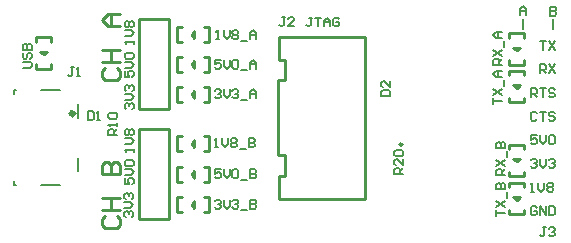
<source format=gto>
%FSLAX44Y44*%
%MOMM*%
G71*
G01*
G75*
%ADD10R,0.7620X0.7620*%
%ADD11R,0.5000X0.2000*%
%ADD12R,0.7620X0.7620*%
%ADD13R,0.3000X0.3000*%
%ADD14R,1.3000X0.4500*%
%ADD15R,2.7940X0.7366*%
%ADD16R,0.6200X0.5700*%
%ADD17C,0.1500*%
%ADD18C,0.2540*%
%ADD19C,0.1524*%
%ADD20O,2.0000X1.4500*%
%ADD21O,1.8000X1.1500*%
%ADD22C,0.8000*%
%ADD23C,1.8000*%
%ADD24R,1.8000X1.8000*%
%ADD25C,1.8000*%
%ADD26R,1.8000X1.8000*%
%ADD27C,0.6100*%
%ADD28C,0.6000*%
%ADD29C,3.3000*%
%ADD30R,0.6000X0.5500*%
%ADD31R,0.9500X0.9500*%
%ADD32R,0.5500X0.6000*%
%ADD33R,0.9500X0.9500*%
%ADD34R,0.8500X0.3500*%
%ADD35R,1.5000X1.0000*%
%ADD36O,0.8000X0.3000*%
%ADD37O,0.3000X0.8000*%
%ADD38R,1.2500X0.3000*%
%ADD39O,0.3500X1.7500*%
%ADD40O,1.7500X0.3500*%
%ADD41R,0.9700X0.9600*%
%ADD42R,0.5700X0.6200*%
%ADD43R,1.4000X2.2000*%
%ADD44C,0.4000*%
%ADD45C,0.2286*%
%ADD46C,0.1778*%
D17*
X1292900Y1130640D02*
Y1133640D01*
Y1207640D02*
Y1210640D01*
X1346900Y1142340D02*
Y1153640D01*
Y1187640D02*
Y1198940D01*
X1292900Y1210640D02*
X1294300D01*
X1315600D02*
X1331600D01*
X1315600Y1130640D02*
X1331600D01*
X1292900D02*
X1294300D01*
X1723750Y1263000D02*
Y1271500D01*
X1749150Y1262750D02*
Y1271250D01*
D18*
X1621120Y1164680D02*
G03*
X1621120Y1164680I-1000J0D01*
G01*
X1718250Y1244735D02*
X1721250Y1246735D01*
X1715250D02*
X1718250Y1244735D01*
X1715250Y1246735D02*
X1721250D01*
X1442985Y1257750D02*
X1444985Y1254750D01*
X1442985Y1257750D02*
X1444985Y1260750D01*
Y1254750D02*
Y1260750D01*
X1442985Y1165500D02*
X1444985Y1162500D01*
X1442985Y1165500D02*
X1444985Y1168500D01*
Y1162500D02*
Y1168500D01*
X1442985Y1207500D02*
X1444985Y1204500D01*
X1442985Y1207500D02*
X1444985Y1210500D01*
Y1204500D02*
Y1210500D01*
X1442985Y1113750D02*
X1444985Y1110750D01*
X1442985Y1113750D02*
X1444985Y1116750D01*
Y1110750D02*
Y1116750D01*
X1442985Y1232625D02*
X1444985Y1229625D01*
X1442985Y1232625D02*
X1444985Y1235625D01*
Y1229625D02*
Y1235625D01*
X1442985Y1139625D02*
X1444985Y1136625D01*
X1442985Y1139625D02*
X1444985Y1142625D01*
Y1136625D02*
Y1142625D01*
X1516940Y1118920D02*
X1589330D01*
Y1256080D01*
X1516940D02*
X1589330D01*
X1516940Y1236522D02*
Y1256080D01*
Y1236522D02*
X1522020D01*
Y1219250D02*
Y1236522D01*
X1515670Y1219250D02*
X1522020D01*
X1515670Y1155750D02*
Y1219250D01*
Y1155750D02*
X1522020D01*
Y1138478D02*
Y1155750D01*
X1516940Y1138478D02*
X1522020D01*
X1516940Y1118920D02*
Y1138478D01*
X1715250Y1152485D02*
X1721250D01*
X1715250D02*
X1718250Y1150485D01*
X1721250Y1152485D01*
X1423754Y1194502D02*
Y1270702D01*
X1398354Y1194502D02*
X1423754D01*
X1398354D02*
Y1270702D01*
X1423754D01*
Y1101500D02*
Y1177700D01*
X1398354Y1101500D02*
X1423754D01*
X1398354D02*
Y1177700D01*
X1423754D01*
X1715250Y1214985D02*
X1721250D01*
X1715250D02*
X1718250Y1212985D01*
X1721250Y1214985D01*
X1715250Y1119985D02*
X1721250D01*
X1715250D02*
X1718250Y1117985D01*
X1721250Y1119985D01*
X1314500Y1243485D02*
X1320500D01*
X1314500D02*
X1317500Y1241485D01*
X1320500Y1243485D01*
X1369804Y1104157D02*
X1367265Y1101618D01*
Y1096539D01*
X1369804Y1094000D01*
X1379961D01*
X1382500Y1096539D01*
Y1101618D01*
X1379961Y1104157D01*
X1367265Y1109235D02*
X1382500D01*
X1374883D01*
Y1119392D01*
X1367265D01*
X1382500D01*
X1367265Y1139705D02*
X1382500D01*
Y1147323D01*
X1379961Y1149862D01*
X1377422D01*
X1374883Y1147323D01*
Y1139705D01*
Y1147323D01*
X1372343Y1149862D01*
X1369804D01*
X1367265Y1147323D01*
Y1139705D01*
X1369804Y1229407D02*
X1367265Y1226868D01*
Y1221789D01*
X1369804Y1219250D01*
X1379961D01*
X1382500Y1221789D01*
Y1226868D01*
X1379961Y1229407D01*
X1367265Y1234485D02*
X1382500D01*
X1374882D01*
Y1244642D01*
X1367265D01*
X1382500D01*
Y1264955D02*
X1372343D01*
X1367265Y1270034D01*
X1372343Y1275112D01*
X1382500D01*
X1374882D01*
Y1264955D01*
D44*
X1343314Y1191054D02*
G03*
X1343314Y1191054I-1414J0D01*
G01*
D45*
X1711900Y1255275D02*
Y1259085D01*
X1724600D01*
Y1255275D02*
Y1259085D01*
X1711900Y1232415D02*
Y1236225D01*
Y1232415D02*
X1724600D01*
Y1236225D01*
X1453525Y1264100D02*
X1457335D01*
Y1251400D02*
Y1264100D01*
X1453525Y1251400D02*
X1457335D01*
X1430665Y1264100D02*
X1434475D01*
X1430665Y1251400D02*
Y1264100D01*
Y1251400D02*
X1434475D01*
X1453525Y1171850D02*
X1457335D01*
Y1159150D02*
Y1171850D01*
X1453525Y1159150D02*
X1457335D01*
X1430665Y1171850D02*
X1434475D01*
X1430665Y1159150D02*
Y1171850D01*
Y1159150D02*
X1434475D01*
X1453525Y1213850D02*
X1457335D01*
Y1201150D02*
Y1213850D01*
X1453525Y1201150D02*
X1457335D01*
X1430665Y1213850D02*
X1434475D01*
X1430665Y1201150D02*
Y1213850D01*
Y1201150D02*
X1434475D01*
X1453525Y1120100D02*
X1457335D01*
Y1107400D02*
Y1120100D01*
X1453525Y1107400D02*
X1457335D01*
X1430665Y1120100D02*
X1434475D01*
X1430665Y1107400D02*
Y1120100D01*
Y1107400D02*
X1434475D01*
X1453525Y1238975D02*
X1457335D01*
Y1226275D02*
Y1238975D01*
X1453525Y1226275D02*
X1457335D01*
X1430665Y1238975D02*
X1434475D01*
X1430665Y1226275D02*
Y1238975D01*
Y1226275D02*
X1434475D01*
X1453525Y1145975D02*
X1457335D01*
Y1133275D02*
Y1145975D01*
X1453525Y1133275D02*
X1457335D01*
X1430665Y1145975D02*
X1434475D01*
X1430665Y1133275D02*
Y1145975D01*
Y1133275D02*
X1434475D01*
X1724600Y1138165D02*
Y1141975D01*
X1711900Y1138165D02*
X1724600D01*
X1711900D02*
Y1141975D01*
X1724600Y1161025D02*
Y1164835D01*
X1711900D02*
X1724600D01*
X1711900Y1161025D02*
Y1164835D01*
X1724600Y1200665D02*
Y1204475D01*
X1711900Y1200665D02*
X1724600D01*
X1711900D02*
Y1204475D01*
X1724600Y1223525D02*
Y1227335D01*
X1711900D02*
X1724600D01*
X1711900Y1223525D02*
Y1227335D01*
X1724600Y1105665D02*
Y1109475D01*
X1711900Y1105665D02*
X1724600D01*
X1711900D02*
Y1109475D01*
X1724600Y1128525D02*
Y1132335D01*
X1711900D02*
X1724600D01*
X1711900Y1128525D02*
Y1132335D01*
X1323850Y1229165D02*
Y1232975D01*
X1311150Y1229165D02*
X1323850D01*
X1311150D02*
Y1232975D01*
X1323850Y1252025D02*
Y1255835D01*
X1311150D02*
X1323850D01*
X1311150Y1252025D02*
Y1255835D01*
D46*
X1705750Y1232500D02*
X1698132D01*
Y1236309D01*
X1699402Y1237578D01*
X1701941D01*
X1703211Y1236309D01*
Y1232500D01*
Y1235039D02*
X1705750Y1237578D01*
X1698132Y1240117D02*
X1705750Y1245196D01*
X1698132D02*
X1705750Y1240117D01*
X1707020Y1247735D02*
Y1252813D01*
X1705750Y1255353D02*
X1700672D01*
X1698132Y1257892D01*
X1700672Y1260431D01*
X1705750D01*
X1701941D01*
Y1255353D01*
X1622000Y1139750D02*
X1614382D01*
Y1143559D01*
X1615652Y1144828D01*
X1618191D01*
X1619461Y1143559D01*
Y1139750D01*
Y1142289D02*
X1622000Y1144828D01*
Y1152446D02*
Y1147367D01*
X1616922Y1152446D01*
X1615652D01*
X1614382Y1151176D01*
Y1148637D01*
X1615652Y1147367D01*
Y1154985D02*
X1614382Y1156255D01*
Y1158794D01*
X1615652Y1160063D01*
X1620730D01*
X1622000Y1158794D01*
Y1156255D01*
X1620730Y1154985D01*
X1615652D01*
X1467328Y1143992D02*
X1462250D01*
Y1140184D01*
X1464789Y1141453D01*
X1466059D01*
X1467328Y1140184D01*
Y1137645D01*
X1466059Y1136375D01*
X1463520D01*
X1462250Y1137645D01*
X1469868Y1143992D02*
Y1138914D01*
X1472407Y1136375D01*
X1474946Y1138914D01*
Y1143992D01*
X1477485Y1142723D02*
X1478755Y1143992D01*
X1481294D01*
X1482563Y1142723D01*
Y1137645D01*
X1481294Y1136375D01*
X1478755D01*
X1477485Y1137645D01*
Y1142723D01*
X1485103Y1135105D02*
X1490181D01*
X1492720Y1143992D02*
Y1136375D01*
X1496529D01*
X1497798Y1137645D01*
Y1138914D01*
X1496529Y1140184D01*
X1492720D01*
X1496529D01*
X1497798Y1141453D01*
Y1142723D01*
X1496529Y1143992D01*
X1492720D01*
X1467328Y1236492D02*
X1462250D01*
Y1232684D01*
X1464789Y1233953D01*
X1466059D01*
X1467328Y1232684D01*
Y1230145D01*
X1466059Y1228875D01*
X1463520D01*
X1462250Y1230145D01*
X1469868Y1236492D02*
Y1231414D01*
X1472407Y1228875D01*
X1474946Y1231414D01*
Y1236492D01*
X1477485Y1235223D02*
X1478755Y1236492D01*
X1481294D01*
X1482563Y1235223D01*
Y1230145D01*
X1481294Y1228875D01*
X1478755D01*
X1477485Y1230145D01*
Y1235223D01*
X1485103Y1227605D02*
X1490181D01*
X1492720Y1228875D02*
Y1233953D01*
X1495259Y1236492D01*
X1497798Y1233953D01*
Y1228875D01*
Y1232684D01*
X1492720D01*
X1462250Y1116598D02*
X1463520Y1117868D01*
X1466059D01*
X1467328Y1116598D01*
Y1115328D01*
X1466059Y1114059D01*
X1464789D01*
X1466059D01*
X1467328Y1112789D01*
Y1111520D01*
X1466059Y1110250D01*
X1463520D01*
X1462250Y1111520D01*
X1469868Y1117868D02*
Y1112789D01*
X1472407Y1110250D01*
X1474946Y1112789D01*
Y1117868D01*
X1477485Y1116598D02*
X1478755Y1117868D01*
X1481294D01*
X1482563Y1116598D01*
Y1115328D01*
X1481294Y1114059D01*
X1480024D01*
X1481294D01*
X1482563Y1112789D01*
Y1111520D01*
X1481294Y1110250D01*
X1478755D01*
X1477485Y1111520D01*
X1485103Y1108980D02*
X1490181D01*
X1492720Y1117868D02*
Y1110250D01*
X1496529D01*
X1497798Y1111520D01*
Y1112789D01*
X1496529Y1114059D01*
X1492720D01*
X1496529D01*
X1497798Y1115328D01*
Y1116598D01*
X1496529Y1117868D01*
X1492720D01*
X1462250Y1210348D02*
X1463520Y1211618D01*
X1466059D01*
X1467328Y1210348D01*
Y1209078D01*
X1466059Y1207809D01*
X1464789D01*
X1466059D01*
X1467328Y1206539D01*
Y1205270D01*
X1466059Y1204000D01*
X1463520D01*
X1462250Y1205270D01*
X1469868Y1211618D02*
Y1206539D01*
X1472407Y1204000D01*
X1474946Y1206539D01*
Y1211618D01*
X1477485Y1210348D02*
X1478755Y1211618D01*
X1481294D01*
X1482563Y1210348D01*
Y1209078D01*
X1481294Y1207809D01*
X1480024D01*
X1481294D01*
X1482563Y1206539D01*
Y1205270D01*
X1481294Y1204000D01*
X1478755D01*
X1477485Y1205270D01*
X1485103Y1202730D02*
X1490181D01*
X1492720Y1204000D02*
Y1209078D01*
X1495259Y1211618D01*
X1497798Y1209078D01*
Y1204000D01*
Y1207809D01*
X1492720D01*
X1462250Y1162500D02*
X1464789D01*
X1463520D01*
Y1170117D01*
X1462250Y1168848D01*
X1468598Y1170117D02*
Y1165039D01*
X1471137Y1162500D01*
X1473676Y1165039D01*
Y1170117D01*
X1476216Y1168848D02*
X1477485Y1170117D01*
X1480024D01*
X1481294Y1168848D01*
Y1167578D01*
X1480024Y1166309D01*
X1481294Y1165039D01*
Y1163770D01*
X1480024Y1162500D01*
X1477485D01*
X1476216Y1163770D01*
Y1165039D01*
X1477485Y1166309D01*
X1476216Y1167578D01*
Y1168848D01*
X1477485Y1166309D02*
X1480024D01*
X1483833Y1161230D02*
X1488911D01*
X1491451Y1170117D02*
Y1162500D01*
X1495259D01*
X1496529Y1163770D01*
Y1165039D01*
X1495259Y1166309D01*
X1491451D01*
X1495259D01*
X1496529Y1167578D01*
Y1168848D01*
X1495259Y1170117D01*
X1491451D01*
X1463520Y1253750D02*
X1466059D01*
X1464789D01*
Y1261367D01*
X1463520Y1260098D01*
X1469868Y1261367D02*
Y1256289D01*
X1472407Y1253750D01*
X1474946Y1256289D01*
Y1261367D01*
X1477485Y1260098D02*
X1478755Y1261367D01*
X1481294D01*
X1482563Y1260098D01*
Y1258828D01*
X1481294Y1257559D01*
X1482563Y1256289D01*
Y1255020D01*
X1481294Y1253750D01*
X1478755D01*
X1477485Y1255020D01*
Y1256289D01*
X1478755Y1257559D01*
X1477485Y1258828D01*
Y1260098D01*
X1478755Y1257559D02*
X1481294D01*
X1485103Y1252480D02*
X1490181D01*
X1492720Y1253750D02*
Y1258828D01*
X1495259Y1261367D01*
X1497798Y1258828D01*
Y1253750D01*
Y1257559D01*
X1492720D01*
X1355000Y1192868D02*
Y1185250D01*
X1358809D01*
X1360078Y1186520D01*
Y1191598D01*
X1358809Y1192868D01*
X1355000D01*
X1362617Y1185250D02*
X1365157D01*
X1363887D01*
Y1192868D01*
X1362617Y1191598D01*
X1343078Y1230118D02*
X1340539D01*
X1341809D01*
Y1223770D01*
X1340539Y1222500D01*
X1339270D01*
X1338000Y1223770D01*
X1345618Y1222500D02*
X1348157D01*
X1346887D01*
Y1230118D01*
X1345618Y1228848D01*
X1742828Y1094867D02*
X1740289D01*
X1741559D01*
Y1088520D01*
X1740289Y1087250D01*
X1739020D01*
X1737750Y1088520D01*
X1745367Y1093598D02*
X1746637Y1094867D01*
X1749176D01*
X1750446Y1093598D01*
Y1092328D01*
X1749176Y1091059D01*
X1747907D01*
X1749176D01*
X1750446Y1089789D01*
Y1088520D01*
X1749176Y1087250D01*
X1746637D01*
X1745367Y1088520D01*
X1379750Y1172750D02*
X1372133D01*
Y1176559D01*
X1373402Y1177828D01*
X1375941D01*
X1377211Y1176559D01*
Y1172750D01*
Y1175289D02*
X1379750Y1177828D01*
Y1180368D02*
Y1182907D01*
Y1181637D01*
X1372133D01*
X1373402Y1180368D01*
Y1186715D02*
X1372133Y1187985D01*
Y1190524D01*
X1373402Y1191794D01*
X1378480D01*
X1379750Y1190524D01*
Y1187985D01*
X1378480Y1186715D01*
X1373402D01*
X1698132Y1199000D02*
Y1204078D01*
Y1201539D01*
X1705750D01*
X1698132Y1206618D02*
X1705750Y1211696D01*
X1698132D02*
X1705750Y1206618D01*
X1707020Y1214235D02*
Y1219313D01*
X1705750Y1221853D02*
X1700672D01*
X1698132Y1224392D01*
X1700672Y1226931D01*
X1705750D01*
X1701941D01*
Y1221853D01*
X1700632Y1104000D02*
Y1109078D01*
Y1106539D01*
X1708250D01*
X1700632Y1111618D02*
X1708250Y1116696D01*
X1700632D02*
X1708250Y1111618D01*
X1709520Y1119235D02*
Y1124313D01*
X1700632Y1126853D02*
X1708250D01*
Y1130661D01*
X1706980Y1131931D01*
X1705711D01*
X1704441Y1130661D01*
Y1126853D01*
Y1130661D01*
X1703172Y1131931D01*
X1701902D01*
X1700632Y1130661D01*
Y1126853D01*
X1708250Y1139000D02*
X1700632D01*
Y1142809D01*
X1701902Y1144078D01*
X1704441D01*
X1705711Y1142809D01*
Y1139000D01*
Y1141539D02*
X1708250Y1144078D01*
X1700632Y1146618D02*
X1708250Y1151696D01*
X1700632D02*
X1708250Y1146618D01*
X1709520Y1154235D02*
Y1159313D01*
X1700632Y1161853D02*
X1708250D01*
Y1165661D01*
X1706980Y1166931D01*
X1705711D01*
X1704441Y1165661D01*
Y1161853D01*
Y1165661D01*
X1703172Y1166931D01*
X1701902D01*
X1700632Y1165661D01*
Y1161853D01*
X1299883Y1229750D02*
X1306230D01*
X1307500Y1231020D01*
Y1233559D01*
X1306230Y1234828D01*
X1299883D01*
X1301152Y1242446D02*
X1299883Y1241176D01*
Y1238637D01*
X1301152Y1237367D01*
X1302422D01*
X1303691Y1238637D01*
Y1241176D01*
X1304961Y1242446D01*
X1306230D01*
X1307500Y1241176D01*
Y1238637D01*
X1306230Y1237367D01*
X1299883Y1244985D02*
X1307500D01*
Y1248794D01*
X1306230Y1250063D01*
X1304961D01*
X1303691Y1248794D01*
Y1244985D01*
Y1248794D01*
X1302422Y1250063D01*
X1301152D01*
X1299883Y1248794D01*
Y1244985D01*
X1603633Y1205500D02*
X1611250D01*
Y1209309D01*
X1609980Y1210578D01*
X1604902D01*
X1603633Y1209309D01*
Y1205500D01*
X1611250Y1218196D02*
Y1213118D01*
X1606172Y1218196D01*
X1604902D01*
X1603633Y1216926D01*
Y1214387D01*
X1604902Y1213118D01*
X1522145Y1272460D02*
X1519606D01*
X1520876D01*
Y1266113D01*
X1519606Y1264843D01*
X1518337D01*
X1517067Y1266113D01*
X1529763Y1264843D02*
X1524685D01*
X1529763Y1269921D01*
Y1271191D01*
X1528493Y1272460D01*
X1525954D01*
X1524685Y1271191D01*
X1544828Y1272367D02*
X1542289D01*
X1543559D01*
Y1266020D01*
X1542289Y1264750D01*
X1541020D01*
X1539750Y1266020D01*
X1547368Y1272367D02*
X1552446D01*
X1549907D01*
Y1264750D01*
X1554985D02*
Y1269828D01*
X1557524Y1272367D01*
X1560063Y1269828D01*
Y1264750D01*
Y1268559D01*
X1554985D01*
X1567681Y1271098D02*
X1566411Y1272367D01*
X1563872D01*
X1562603Y1271098D01*
Y1266020D01*
X1563872Y1264750D01*
X1566411D01*
X1567681Y1266020D01*
Y1268559D01*
X1565142D01*
X1387152Y1103250D02*
X1385882Y1104520D01*
Y1107059D01*
X1387152Y1108328D01*
X1388422D01*
X1389691Y1107059D01*
Y1105789D01*
Y1107059D01*
X1390961Y1108328D01*
X1392230D01*
X1393500Y1107059D01*
Y1104520D01*
X1392230Y1103250D01*
X1385882Y1110868D02*
X1390961D01*
X1393500Y1113407D01*
X1390961Y1115946D01*
X1385882D01*
X1387152Y1118485D02*
X1385882Y1119755D01*
Y1122294D01*
X1387152Y1123563D01*
X1388422D01*
X1389691Y1122294D01*
Y1121024D01*
Y1122294D01*
X1390961Y1123563D01*
X1392230D01*
X1393500Y1122294D01*
Y1119755D01*
X1392230Y1118485D01*
X1386133Y1136078D02*
Y1131000D01*
X1389941D01*
X1388672Y1133539D01*
Y1134809D01*
X1389941Y1136078D01*
X1392480D01*
X1393750Y1134809D01*
Y1132270D01*
X1392480Y1131000D01*
X1386133Y1138618D02*
X1391211D01*
X1393750Y1141157D01*
X1391211Y1143696D01*
X1386133D01*
X1387402Y1146235D02*
X1386133Y1147505D01*
Y1150044D01*
X1387402Y1151313D01*
X1392480D01*
X1393750Y1150044D01*
Y1147505D01*
X1392480Y1146235D01*
X1387402D01*
X1393750Y1158750D02*
Y1161289D01*
Y1160020D01*
X1386132D01*
X1387402Y1158750D01*
X1386132Y1165098D02*
X1391211D01*
X1393750Y1167637D01*
X1391211Y1170176D01*
X1386132D01*
X1387402Y1172716D02*
X1386132Y1173985D01*
Y1176524D01*
X1387402Y1177794D01*
X1388672D01*
X1389941Y1176524D01*
X1391211Y1177794D01*
X1392480D01*
X1393750Y1176524D01*
Y1173985D01*
X1392480Y1172716D01*
X1391211D01*
X1389941Y1173985D01*
X1388672Y1172716D01*
X1387402D01*
X1389941Y1173985D02*
Y1176524D01*
X1393750Y1250000D02*
Y1252539D01*
Y1251270D01*
X1386132D01*
X1387402Y1250000D01*
X1386132Y1256348D02*
X1391211D01*
X1393750Y1258887D01*
X1391211Y1261426D01*
X1386132D01*
X1387402Y1263966D02*
X1386132Y1265235D01*
Y1267774D01*
X1387402Y1269044D01*
X1388672D01*
X1389941Y1267774D01*
X1391211Y1269044D01*
X1392480D01*
X1393750Y1267774D01*
Y1265235D01*
X1392480Y1263966D01*
X1391211D01*
X1389941Y1265235D01*
X1388672Y1263966D01*
X1387402D01*
X1389941Y1265235D02*
Y1267774D01*
X1386132Y1227328D02*
Y1222250D01*
X1389941D01*
X1388672Y1224789D01*
Y1226059D01*
X1389941Y1227328D01*
X1392480D01*
X1393750Y1226059D01*
Y1223520D01*
X1392480Y1222250D01*
X1386132Y1229867D02*
X1391211D01*
X1393750Y1232407D01*
X1391211Y1234946D01*
X1386132D01*
X1387402Y1237485D02*
X1386132Y1238755D01*
Y1241294D01*
X1387402Y1242563D01*
X1392480D01*
X1393750Y1241294D01*
Y1238755D01*
X1392480Y1237485D01*
X1387402D01*
Y1194500D02*
X1386132Y1195770D01*
Y1198309D01*
X1387402Y1199578D01*
X1388672D01*
X1389941Y1198309D01*
Y1197039D01*
Y1198309D01*
X1391211Y1199578D01*
X1392480D01*
X1393750Y1198309D01*
Y1195770D01*
X1392480Y1194500D01*
X1386132Y1202117D02*
X1391211D01*
X1393750Y1204657D01*
X1391211Y1207196D01*
X1386132D01*
X1387402Y1209735D02*
X1386132Y1211005D01*
Y1213544D01*
X1387402Y1214813D01*
X1388672D01*
X1389941Y1213544D01*
Y1212274D01*
Y1213544D01*
X1391211Y1214813D01*
X1392480D01*
X1393750Y1213544D01*
Y1211005D01*
X1392480Y1209735D01*
X1730000Y1151348D02*
X1731270Y1152617D01*
X1733809D01*
X1735078Y1151348D01*
Y1150078D01*
X1733809Y1148809D01*
X1732539D01*
X1733809D01*
X1735078Y1147539D01*
Y1146270D01*
X1733809Y1145000D01*
X1731270D01*
X1730000Y1146270D01*
X1737617Y1152617D02*
Y1147539D01*
X1740157Y1145000D01*
X1742696Y1147539D01*
Y1152617D01*
X1745235Y1151348D02*
X1746505Y1152617D01*
X1749044D01*
X1750313Y1151348D01*
Y1150078D01*
X1749044Y1148809D01*
X1747774D01*
X1749044D01*
X1750313Y1147539D01*
Y1146270D01*
X1749044Y1145000D01*
X1746505D01*
X1745235Y1146270D01*
X1721100Y1274250D02*
Y1279328D01*
X1723639Y1281868D01*
X1726178Y1279328D01*
Y1274250D01*
Y1278059D01*
X1721100D01*
X1746500Y1281617D02*
Y1274000D01*
X1750309D01*
X1751578Y1275270D01*
Y1276539D01*
X1750309Y1277809D01*
X1746500D01*
X1750309D01*
X1751578Y1279078D01*
Y1280348D01*
X1750309Y1281617D01*
X1746500D01*
X1737617Y1252617D02*
X1742696D01*
X1740157D01*
Y1245000D01*
X1745235Y1252617D02*
X1750313Y1245000D01*
Y1252617D02*
X1745235Y1245000D01*
X1737617Y1225000D02*
Y1232617D01*
X1741426D01*
X1742696Y1231348D01*
Y1228809D01*
X1741426Y1227539D01*
X1737617D01*
X1740157D02*
X1742696Y1225000D01*
X1745235Y1232617D02*
X1750313Y1225000D01*
Y1232617D02*
X1745235Y1225000D01*
X1730000Y1205000D02*
Y1212617D01*
X1733809D01*
X1735078Y1211348D01*
Y1208809D01*
X1733809Y1207539D01*
X1730000D01*
X1732539D02*
X1735078Y1205000D01*
X1737617Y1212617D02*
X1742696D01*
X1740157D01*
Y1205000D01*
X1750313Y1211348D02*
X1749044Y1212617D01*
X1746505D01*
X1745235Y1211348D01*
Y1210078D01*
X1746505Y1208809D01*
X1749044D01*
X1750313Y1207539D01*
Y1206270D01*
X1749044Y1205000D01*
X1746505D01*
X1745235Y1206270D01*
X1735078Y1191348D02*
X1733809Y1192617D01*
X1731270D01*
X1730000Y1191348D01*
Y1186270D01*
X1731270Y1185000D01*
X1733809D01*
X1735078Y1186270D01*
X1737617Y1192617D02*
X1742696D01*
X1740157D01*
Y1185000D01*
X1750313Y1191348D02*
X1749044Y1192617D01*
X1746505D01*
X1745235Y1191348D01*
Y1190078D01*
X1746505Y1188809D01*
X1749044D01*
X1750313Y1187539D01*
Y1186270D01*
X1749044Y1185000D01*
X1746505D01*
X1745235Y1186270D01*
X1730000Y1125000D02*
X1732539D01*
X1731270D01*
Y1132617D01*
X1730000Y1131348D01*
X1736348Y1132617D02*
Y1127539D01*
X1738887Y1125000D01*
X1741426Y1127539D01*
Y1132617D01*
X1743965Y1131348D02*
X1745235Y1132617D01*
X1747774D01*
X1749044Y1131348D01*
Y1130078D01*
X1747774Y1128809D01*
X1749044Y1127539D01*
Y1126270D01*
X1747774Y1125000D01*
X1745235D01*
X1743965Y1126270D01*
Y1127539D01*
X1745235Y1128809D01*
X1743965Y1130078D01*
Y1131348D01*
X1745235Y1128809D02*
X1747774D01*
X1735078Y1111348D02*
X1733809Y1112617D01*
X1731270D01*
X1730000Y1111348D01*
Y1106270D01*
X1731270Y1105000D01*
X1733809D01*
X1735078Y1106270D01*
Y1108809D01*
X1732539D01*
X1737617Y1105000D02*
Y1112617D01*
X1742696Y1105000D01*
Y1112617D01*
X1745235D02*
Y1105000D01*
X1749044D01*
X1750313Y1106270D01*
Y1111348D01*
X1749044Y1112617D01*
X1745235D01*
X1735078Y1172617D02*
X1730000D01*
Y1168809D01*
X1732539Y1170078D01*
X1733809D01*
X1735078Y1168809D01*
Y1166270D01*
X1733809Y1165000D01*
X1731270D01*
X1730000Y1166270D01*
X1737617Y1172617D02*
Y1167539D01*
X1740157Y1165000D01*
X1742696Y1167539D01*
Y1172617D01*
X1745235Y1171348D02*
X1746505Y1172617D01*
X1749044D01*
X1750313Y1171348D01*
Y1166270D01*
X1749044Y1165000D01*
X1746505D01*
X1745235Y1166270D01*
Y1171348D01*
M02*

</source>
